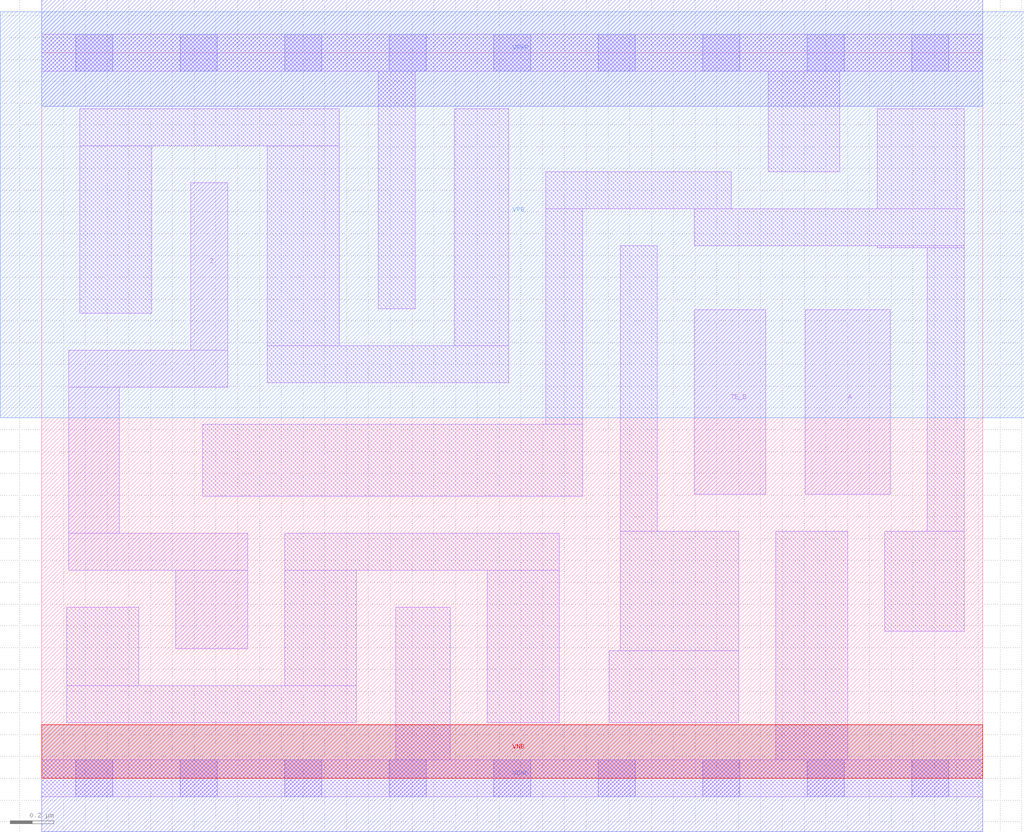
<source format=lef>
# Copyright 2020 The SkyWater PDK Authors
#
# Licensed under the Apache License, Version 2.0 (the "License");
# you may not use this file except in compliance with the License.
# You may obtain a copy of the License at
#
#     https://www.apache.org/licenses/LICENSE-2.0
#
# Unless required by applicable law or agreed to in writing, software
# distributed under the License is distributed on an "AS IS" BASIS,
# WITHOUT WARRANTIES OR CONDITIONS OF ANY KIND, either express or implied.
# See the License for the specific language governing permissions and
# limitations under the License.
#
# SPDX-License-Identifier: Apache-2.0

VERSION 5.7 ;
  NOWIREEXTENSIONATPIN ON ;
  DIVIDERCHAR "/" ;
  BUSBITCHARS "[]" ;
MACRO sky130_fd_sc_lp__ebufn_2
  CLASS CORE ;
  FOREIGN sky130_fd_sc_lp__ebufn_2 ;
  ORIGIN  0.000000  0.000000 ;
  SIZE  4.320000 BY  3.330000 ;
  SYMMETRY X Y R90 ;
  SITE unit ;
  PIN A
    ANTENNAGATEAREA  0.159000 ;
    DIRECTION INPUT ;
    USE SIGNAL ;
    PORT
      LAYER li1 ;
        RECT 3.505000 1.305000 3.895000 2.150000 ;
    END
  END A
  PIN TE_B
    ANTENNAGATEAREA  0.537000 ;
    DIRECTION INPUT ;
    USE SIGNAL ;
    PORT
      LAYER li1 ;
        RECT 2.995000 1.305000 3.325000 2.150000 ;
    END
  END TE_B
  PIN Z
    ANTENNADIFFAREA  0.596400 ;
    DIRECTION OUTPUT ;
    USE SIGNAL ;
    PORT
      LAYER li1 ;
        RECT 0.125000 0.955000 0.945000 1.125000 ;
        RECT 0.125000 1.125000 0.355000 1.795000 ;
        RECT 0.125000 1.795000 0.855000 1.965000 ;
        RECT 0.615000 0.595000 0.945000 0.955000 ;
        RECT 0.685000 1.965000 0.855000 2.735000 ;
    END
  END Z
  PIN VGND
    DIRECTION INOUT ;
    USE GROUND ;
    PORT
      LAYER met1 ;
        RECT 0.000000 -0.245000 4.320000 0.245000 ;
    END
  END VGND
  PIN VNB
    DIRECTION INOUT ;
    USE GROUND ;
    PORT
      LAYER pwell ;
        RECT 0.000000 0.000000 4.320000 0.245000 ;
    END
  END VNB
  PIN VPB
    DIRECTION INOUT ;
    USE POWER ;
    PORT
      LAYER nwell ;
        RECT -0.190000 1.655000 4.510000 3.520000 ;
    END
  END VPB
  PIN VPWR
    DIRECTION INOUT ;
    USE POWER ;
    PORT
      LAYER met1 ;
        RECT 0.000000 3.085000 4.320000 3.575000 ;
    END
  END VPWR
  OBS
    LAYER li1 ;
      RECT 0.000000 -0.085000 4.320000 0.085000 ;
      RECT 0.000000  3.245000 4.320000 3.415000 ;
      RECT 0.115000  0.255000 1.445000 0.425000 ;
      RECT 0.115000  0.425000 0.445000 0.785000 ;
      RECT 0.175000  2.135000 0.505000 2.905000 ;
      RECT 0.175000  2.905000 1.365000 3.075000 ;
      RECT 0.740000  1.295000 2.485000 1.625000 ;
      RECT 1.035000  1.815000 2.145000 1.985000 ;
      RECT 1.035000  1.985000 1.365000 2.905000 ;
      RECT 1.115000  0.425000 1.445000 0.955000 ;
      RECT 1.115000  0.955000 2.375000 1.125000 ;
      RECT 1.545000  2.155000 1.715000 3.245000 ;
      RECT 1.625000  0.085000 1.875000 0.785000 ;
      RECT 1.895000  1.985000 2.145000 3.075000 ;
      RECT 2.045000  0.255000 2.375000 0.955000 ;
      RECT 2.315000  1.625000 2.485000 2.615000 ;
      RECT 2.315000  2.615000 3.165000 2.785000 ;
      RECT 2.605000  0.255000 3.200000 0.585000 ;
      RECT 2.655000  0.585000 3.200000 1.135000 ;
      RECT 2.655000  1.135000 2.825000 2.445000 ;
      RECT 2.995000  2.445000 4.235000 2.615000 ;
      RECT 3.335000  2.785000 3.665000 3.245000 ;
      RECT 3.370000  0.085000 3.700000 1.135000 ;
      RECT 3.835000  2.435000 4.235000 2.445000 ;
      RECT 3.835000  2.615000 4.235000 3.075000 ;
      RECT 3.870000  0.675000 4.235000 1.135000 ;
      RECT 4.065000  1.135000 4.235000 2.435000 ;
    LAYER mcon ;
      RECT 0.155000 -0.085000 0.325000 0.085000 ;
      RECT 0.155000  3.245000 0.325000 3.415000 ;
      RECT 0.635000 -0.085000 0.805000 0.085000 ;
      RECT 0.635000  3.245000 0.805000 3.415000 ;
      RECT 1.115000 -0.085000 1.285000 0.085000 ;
      RECT 1.115000  3.245000 1.285000 3.415000 ;
      RECT 1.595000 -0.085000 1.765000 0.085000 ;
      RECT 1.595000  3.245000 1.765000 3.415000 ;
      RECT 2.075000 -0.085000 2.245000 0.085000 ;
      RECT 2.075000  3.245000 2.245000 3.415000 ;
      RECT 2.555000 -0.085000 2.725000 0.085000 ;
      RECT 2.555000  3.245000 2.725000 3.415000 ;
      RECT 3.035000 -0.085000 3.205000 0.085000 ;
      RECT 3.035000  3.245000 3.205000 3.415000 ;
      RECT 3.515000 -0.085000 3.685000 0.085000 ;
      RECT 3.515000  3.245000 3.685000 3.415000 ;
      RECT 3.995000 -0.085000 4.165000 0.085000 ;
      RECT 3.995000  3.245000 4.165000 3.415000 ;
  END
END sky130_fd_sc_lp__ebufn_2
END LIBRARY

</source>
